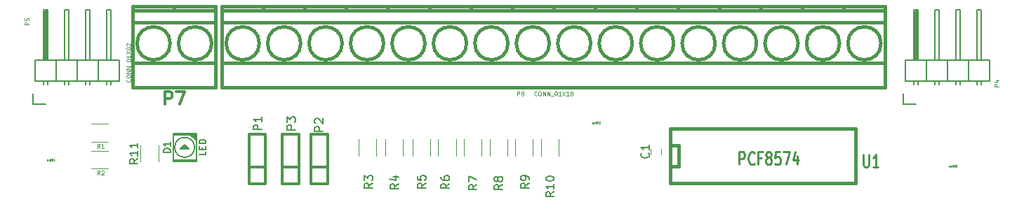
<source format=gbr>
G04 #@! TF.FileFunction,Legend,Top*
%FSLAX46Y46*%
G04 Gerber Fmt 4.6, Leading zero omitted, Abs format (unit mm)*
G04 Created by KiCad (PCBNEW 4.0.4-stable) date 04/04/17 13:48:34*
%MOMM*%
%LPD*%
G01*
G04 APERTURE LIST*
%ADD10C,0.100000*%
%ADD11C,0.381000*%
%ADD12C,0.304800*%
%ADD13C,0.120000*%
%ADD14C,0.150000*%
%ADD15C,0.198120*%
%ADD16C,0.285750*%
%ADD17C,0.287020*%
%ADD18C,0.203200*%
%ADD19C,0.125000*%
%ADD20C,0.300000*%
%ADD21C,0.149860*%
%ADD22C,0.062500*%
G04 APERTURE END LIST*
D10*
D11*
X160840000Y-69730000D02*
X160840000Y-72270000D01*
X182176000Y-74302000D02*
X159824000Y-74302000D01*
X159824000Y-67698000D02*
X182176000Y-67698000D01*
X160840000Y-72270000D02*
X159824000Y-72270000D01*
X160840000Y-69730000D02*
X159824000Y-69730000D01*
X182176000Y-67698000D02*
X182176000Y-74302000D01*
X159824000Y-74302000D02*
X159824000Y-67698000D01*
D12*
X109000000Y-68400000D02*
X111000000Y-68400000D01*
X111000000Y-68400000D02*
X111000000Y-74400000D01*
X109000000Y-74400000D02*
X109000000Y-68400000D01*
X111000000Y-74400000D02*
X109000000Y-74400000D01*
X109000000Y-72400000D02*
X111000000Y-72400000D01*
X116500000Y-68400000D02*
X118500000Y-68400000D01*
X118500000Y-68400000D02*
X118500000Y-74400000D01*
X116500000Y-74400000D02*
X116500000Y-68400000D01*
X118500000Y-74400000D02*
X116500000Y-74400000D01*
X116500000Y-72400000D02*
X118500000Y-72400000D01*
X113000000Y-68400000D02*
X115000000Y-68400000D01*
X115000000Y-68400000D02*
X115000000Y-74400000D01*
X113000000Y-74400000D02*
X113000000Y-68400000D01*
X115000000Y-74400000D02*
X113000000Y-74400000D01*
X113000000Y-72400000D02*
X115000000Y-72400000D01*
D13*
X92000000Y-69320000D02*
X90000000Y-69320000D01*
X90000000Y-67180000D02*
X92000000Y-67180000D01*
X92000000Y-72570000D02*
X90000000Y-72570000D01*
X90000000Y-70430000D02*
X92000000Y-70430000D01*
X122230000Y-71000000D02*
X122230000Y-69000000D01*
X124370000Y-69000000D02*
X124370000Y-71000000D01*
X125430000Y-71000000D02*
X125430000Y-69000000D01*
X127570000Y-69000000D02*
X127570000Y-71000000D01*
X128730000Y-71000000D02*
X128730000Y-69000000D01*
X130870000Y-69000000D02*
X130870000Y-71000000D01*
X131830000Y-71000000D02*
X131830000Y-69000000D01*
X133970000Y-69000000D02*
X133970000Y-71000000D01*
X134930000Y-71000000D02*
X134930000Y-69000000D01*
X137070000Y-69000000D02*
X137070000Y-71000000D01*
X138030000Y-71000000D02*
X138030000Y-69000000D01*
X140170000Y-69000000D02*
X140170000Y-71000000D01*
X141130000Y-71000000D02*
X141130000Y-69000000D01*
X143270000Y-69000000D02*
X143270000Y-71000000D01*
X144230000Y-71000000D02*
X144230000Y-69000000D01*
X146370000Y-69000000D02*
X146370000Y-71000000D01*
D14*
X187950000Y-64800000D02*
X189500000Y-64800000D01*
X187950000Y-63500000D02*
X187950000Y-64800000D01*
X189373000Y-59309000D02*
X189373000Y-53467000D01*
X189373000Y-53467000D02*
X189627000Y-53467000D01*
X189627000Y-53467000D02*
X189627000Y-59309000D01*
X189627000Y-59309000D02*
X189500000Y-59309000D01*
X189500000Y-59309000D02*
X189500000Y-53467000D01*
X189246000Y-61976000D02*
X189246000Y-62357000D01*
X189754000Y-61976000D02*
X189754000Y-62357000D01*
X191786000Y-61976000D02*
X191786000Y-62357000D01*
X192294000Y-61976000D02*
X192294000Y-62357000D01*
X194326000Y-61976000D02*
X194326000Y-62357000D01*
X194834000Y-61976000D02*
X194834000Y-62357000D01*
X197374000Y-61976000D02*
X197374000Y-62357000D01*
X196866000Y-61976000D02*
X196866000Y-62357000D01*
X188230000Y-61976000D02*
X188230000Y-59436000D01*
X190770000Y-61976000D02*
X190770000Y-59436000D01*
X190770000Y-61976000D02*
X193310000Y-61976000D01*
X193310000Y-61976000D02*
X193310000Y-59436000D01*
X191786000Y-59436000D02*
X191786000Y-53340000D01*
X191786000Y-53340000D02*
X192294000Y-53340000D01*
X192294000Y-53340000D02*
X192294000Y-59436000D01*
X193310000Y-59436000D02*
X190770000Y-59436000D01*
X190770000Y-59436000D02*
X188230000Y-59436000D01*
X189754000Y-53340000D02*
X189754000Y-59436000D01*
X189246000Y-53340000D02*
X189754000Y-53340000D01*
X189246000Y-59436000D02*
X189246000Y-53340000D01*
X190770000Y-61976000D02*
X190770000Y-59436000D01*
X188230000Y-61976000D02*
X190770000Y-61976000D01*
X195850000Y-61976000D02*
X195850000Y-59436000D01*
X195850000Y-61976000D02*
X198390000Y-61976000D01*
X198390000Y-61976000D02*
X198390000Y-59436000D01*
X196866000Y-59436000D02*
X196866000Y-53340000D01*
X196866000Y-53340000D02*
X197374000Y-53340000D01*
X197374000Y-53340000D02*
X197374000Y-59436000D01*
X198390000Y-59436000D02*
X195850000Y-59436000D01*
X195850000Y-59436000D02*
X193310000Y-59436000D01*
X194834000Y-53340000D02*
X194834000Y-59436000D01*
X194326000Y-53340000D02*
X194834000Y-53340000D01*
X194326000Y-59436000D02*
X194326000Y-53340000D01*
X195850000Y-61976000D02*
X195850000Y-59436000D01*
X193310000Y-61976000D02*
X195850000Y-61976000D01*
X193310000Y-61976000D02*
X193310000Y-59436000D01*
X82950000Y-64800000D02*
X84500000Y-64800000D01*
X82950000Y-63500000D02*
X82950000Y-64800000D01*
X84373000Y-59309000D02*
X84373000Y-53467000D01*
X84373000Y-53467000D02*
X84627000Y-53467000D01*
X84627000Y-53467000D02*
X84627000Y-59309000D01*
X84627000Y-59309000D02*
X84500000Y-59309000D01*
X84500000Y-59309000D02*
X84500000Y-53467000D01*
X84246000Y-61976000D02*
X84246000Y-62357000D01*
X84754000Y-61976000D02*
X84754000Y-62357000D01*
X86786000Y-61976000D02*
X86786000Y-62357000D01*
X87294000Y-61976000D02*
X87294000Y-62357000D01*
X89326000Y-61976000D02*
X89326000Y-62357000D01*
X89834000Y-61976000D02*
X89834000Y-62357000D01*
X92374000Y-61976000D02*
X92374000Y-62357000D01*
X91866000Y-61976000D02*
X91866000Y-62357000D01*
X83230000Y-61976000D02*
X83230000Y-59436000D01*
X85770000Y-61976000D02*
X85770000Y-59436000D01*
X85770000Y-61976000D02*
X88310000Y-61976000D01*
X88310000Y-61976000D02*
X88310000Y-59436000D01*
X86786000Y-59436000D02*
X86786000Y-53340000D01*
X86786000Y-53340000D02*
X87294000Y-53340000D01*
X87294000Y-53340000D02*
X87294000Y-59436000D01*
X88310000Y-59436000D02*
X85770000Y-59436000D01*
X85770000Y-59436000D02*
X83230000Y-59436000D01*
X84754000Y-53340000D02*
X84754000Y-59436000D01*
X84246000Y-53340000D02*
X84754000Y-53340000D01*
X84246000Y-59436000D02*
X84246000Y-53340000D01*
X85770000Y-61976000D02*
X85770000Y-59436000D01*
X83230000Y-61976000D02*
X85770000Y-61976000D01*
X90850000Y-61976000D02*
X90850000Y-59436000D01*
X90850000Y-61976000D02*
X93390000Y-61976000D01*
X93390000Y-61976000D02*
X93390000Y-59436000D01*
X91866000Y-59436000D02*
X91866000Y-53340000D01*
X91866000Y-53340000D02*
X92374000Y-53340000D01*
X92374000Y-53340000D02*
X92374000Y-59436000D01*
X93390000Y-59436000D02*
X90850000Y-59436000D01*
X90850000Y-59436000D02*
X88310000Y-59436000D01*
X89834000Y-53340000D02*
X89834000Y-59436000D01*
X89326000Y-53340000D02*
X89834000Y-53340000D01*
X89326000Y-59436000D02*
X89326000Y-53340000D01*
X90850000Y-61976000D02*
X90850000Y-59436000D01*
X88310000Y-61976000D02*
X90850000Y-61976000D01*
X88310000Y-61976000D02*
X88310000Y-59436000D01*
D11*
X110250000Y-57400000D02*
G75*
G03X110250000Y-57400000I-2000000J0D01*
G01*
X110750000Y-53400000D02*
X110750000Y-52900000D01*
X115750000Y-53400000D02*
X115750000Y-52900000D01*
X115250000Y-57400000D02*
G75*
G03X115250000Y-57400000I-2000000J0D01*
G01*
X120250000Y-57400000D02*
G75*
G03X120250000Y-57400000I-2000000J0D01*
G01*
X120750000Y-53400000D02*
X120750000Y-52900000D01*
X125750000Y-53400000D02*
X125750000Y-52900000D01*
X125250000Y-57400000D02*
G75*
G03X125250000Y-57400000I-2000000J0D01*
G01*
X130250000Y-57400000D02*
G75*
G03X130250000Y-57400000I-2000000J0D01*
G01*
X130750000Y-53400000D02*
X130750000Y-52900000D01*
X135750000Y-53400000D02*
X135750000Y-52900000D01*
X135250000Y-57400000D02*
G75*
G03X135250000Y-57400000I-2000000J0D01*
G01*
X140250000Y-57400000D02*
G75*
G03X140250000Y-57400000I-2000000J0D01*
G01*
X140750000Y-53400000D02*
X140750000Y-52900000D01*
X145750000Y-53400000D02*
X145750000Y-52900000D01*
X145250000Y-57400000D02*
G75*
G03X145250000Y-57400000I-2000000J0D01*
G01*
X150250000Y-57400000D02*
G75*
G03X150250000Y-57400000I-2000000J0D01*
G01*
X150750000Y-53400000D02*
X150750000Y-52900000D01*
X155750000Y-53400000D02*
X155750000Y-52900000D01*
X155250000Y-57400000D02*
G75*
G03X155250000Y-57400000I-2000000J0D01*
G01*
X160250000Y-57400000D02*
G75*
G03X160250000Y-57400000I-2000000J0D01*
G01*
X160750000Y-53400000D02*
X160750000Y-52900000D01*
X165750000Y-53400000D02*
X165750000Y-52900000D01*
X165250000Y-57400000D02*
G75*
G03X165250000Y-57400000I-2000000J0D01*
G01*
X170750000Y-53400000D02*
X170750000Y-52900000D01*
X170250000Y-57400000D02*
G75*
G03X170250000Y-57400000I-2000000J0D01*
G01*
X175250000Y-57400000D02*
G75*
G03X175250000Y-57400000I-2000000J0D01*
G01*
X175750000Y-53400000D02*
X175750000Y-52900000D01*
X180750000Y-53400000D02*
X180750000Y-52900000D01*
X180250000Y-57400000D02*
G75*
G03X180250000Y-57400000I-2000000J0D01*
G01*
X185250000Y-57400000D02*
G75*
G03X185250000Y-57400000I-2000000J0D01*
G01*
X185750000Y-54900000D02*
X105750000Y-54900000D01*
X185750000Y-59800000D02*
X105750000Y-59800000D01*
X185750000Y-53400000D02*
X105750000Y-53400000D01*
X185750000Y-52900000D02*
X105750000Y-52900000D01*
X105750000Y-52900000D02*
X105750000Y-62700000D01*
X105750000Y-62700000D02*
X185750000Y-62700000D01*
X185750000Y-62700000D02*
X185750000Y-52900000D01*
D13*
X157500000Y-70850000D02*
X157500000Y-70150000D01*
X158700000Y-70150000D02*
X158700000Y-70850000D01*
D11*
X100000000Y-53400000D02*
X100000000Y-52900000D01*
X99500000Y-57400000D02*
G75*
G03X99500000Y-57400000I-2000000J0D01*
G01*
X104500000Y-57400000D02*
G75*
G03X104500000Y-57400000I-2000000J0D01*
G01*
X105000000Y-54900000D02*
X95000000Y-54900000D01*
X105000000Y-59800000D02*
X95000000Y-59800000D01*
X105000000Y-53400000D02*
X95000000Y-53400000D01*
X105000000Y-52900000D02*
X95000000Y-52900000D01*
X95000000Y-52900000D02*
X95000000Y-62700000D01*
X95000000Y-62700000D02*
X105000000Y-62700000D01*
X105000000Y-62700000D02*
X105000000Y-52900000D01*
D15*
X101450660Y-69900940D02*
X101049340Y-69900940D01*
X101549720Y-70099060D02*
X100950280Y-70099060D01*
X102649540Y-68498860D02*
X99850460Y-68498860D01*
X99850460Y-71501140D02*
X102649540Y-71501140D01*
X102448880Y-70000000D02*
G75*
G03X102448880Y-70000000I-1198880J0D01*
G01*
X100749620Y-70198120D02*
X101750380Y-70198120D01*
X101750380Y-70198120D02*
X101250000Y-69700280D01*
X101250000Y-69700280D02*
X100749620Y-70198120D01*
X102649540Y-69199900D02*
X101951040Y-68501400D01*
X102649540Y-68801120D02*
X102349820Y-68501400D01*
X102448880Y-68501400D02*
X102649540Y-68699520D01*
X102649540Y-69001780D02*
X102149160Y-68501400D01*
X99850460Y-71699260D02*
X102649540Y-71699260D01*
X102649540Y-71699260D02*
X102649540Y-68300740D01*
X102649540Y-68300740D02*
X99850460Y-68300740D01*
X99853000Y-68300740D02*
X99853000Y-71699260D01*
D13*
X98070000Y-69750000D02*
X98070000Y-71750000D01*
X95930000Y-71750000D02*
X95930000Y-69750000D01*
D16*
X183129143Y-70865429D02*
X183129143Y-72099143D01*
X183183571Y-72244286D01*
X183238000Y-72316857D01*
X183346857Y-72389429D01*
X183564571Y-72389429D01*
X183673429Y-72316857D01*
X183727857Y-72244286D01*
X183782286Y-72099143D01*
X183782286Y-70865429D01*
X184925286Y-72389429D02*
X184272143Y-72389429D01*
X184598715Y-72389429D02*
X184598715Y-70865429D01*
X184489858Y-71083143D01*
X184381000Y-71228286D01*
X184272143Y-71300857D01*
D17*
D16*
X168162144Y-72089429D02*
X168162144Y-70565429D01*
X168597572Y-70565429D01*
X168706430Y-70638000D01*
X168760858Y-70710571D01*
X168815287Y-70855714D01*
X168815287Y-71073429D01*
X168760858Y-71218571D01*
X168706430Y-71291143D01*
X168597572Y-71363714D01*
X168162144Y-71363714D01*
X169958287Y-71944286D02*
X169903858Y-72016857D01*
X169740572Y-72089429D01*
X169631715Y-72089429D01*
X169468430Y-72016857D01*
X169359572Y-71871714D01*
X169305144Y-71726571D01*
X169250715Y-71436286D01*
X169250715Y-71218571D01*
X169305144Y-70928286D01*
X169359572Y-70783143D01*
X169468430Y-70638000D01*
X169631715Y-70565429D01*
X169740572Y-70565429D01*
X169903858Y-70638000D01*
X169958287Y-70710571D01*
X170829144Y-71291143D02*
X170448144Y-71291143D01*
X170448144Y-72089429D02*
X170448144Y-70565429D01*
X170992430Y-70565429D01*
X171591144Y-71218571D02*
X171482286Y-71146000D01*
X171427858Y-71073429D01*
X171373429Y-70928286D01*
X171373429Y-70855714D01*
X171427858Y-70710571D01*
X171482286Y-70638000D01*
X171591144Y-70565429D01*
X171808858Y-70565429D01*
X171917715Y-70638000D01*
X171972144Y-70710571D01*
X172026572Y-70855714D01*
X172026572Y-70928286D01*
X171972144Y-71073429D01*
X171917715Y-71146000D01*
X171808858Y-71218571D01*
X171591144Y-71218571D01*
X171482286Y-71291143D01*
X171427858Y-71363714D01*
X171373429Y-71508857D01*
X171373429Y-71799143D01*
X171427858Y-71944286D01*
X171482286Y-72016857D01*
X171591144Y-72089429D01*
X171808858Y-72089429D01*
X171917715Y-72016857D01*
X171972144Y-71944286D01*
X172026572Y-71799143D01*
X172026572Y-71508857D01*
X171972144Y-71363714D01*
X171917715Y-71291143D01*
X171808858Y-71218571D01*
X173060715Y-70565429D02*
X172516429Y-70565429D01*
X172462000Y-71291143D01*
X172516429Y-71218571D01*
X172625286Y-71146000D01*
X172897429Y-71146000D01*
X173006286Y-71218571D01*
X173060715Y-71291143D01*
X173115143Y-71436286D01*
X173115143Y-71799143D01*
X173060715Y-71944286D01*
X173006286Y-72016857D01*
X172897429Y-72089429D01*
X172625286Y-72089429D01*
X172516429Y-72016857D01*
X172462000Y-71944286D01*
X173496143Y-70565429D02*
X174258143Y-70565429D01*
X173768286Y-72089429D01*
X175183428Y-71073429D02*
X175183428Y-72089429D01*
X174911285Y-70492857D02*
X174639142Y-71581429D01*
X175346714Y-71581429D01*
D17*
D18*
X110559619Y-67849904D02*
X109543619Y-67849904D01*
X109543619Y-67462857D01*
X109592000Y-67366095D01*
X109640381Y-67317714D01*
X109737143Y-67269333D01*
X109882286Y-67269333D01*
X109979048Y-67317714D01*
X110027429Y-67366095D01*
X110075810Y-67462857D01*
X110075810Y-67849904D01*
X110559619Y-66301714D02*
X110559619Y-66882285D01*
X110559619Y-66591999D02*
X109543619Y-66591999D01*
X109688762Y-66688761D01*
X109785524Y-66785523D01*
X109833905Y-66882285D01*
X117959619Y-68049904D02*
X116943619Y-68049904D01*
X116943619Y-67662857D01*
X116992000Y-67566095D01*
X117040381Y-67517714D01*
X117137143Y-67469333D01*
X117282286Y-67469333D01*
X117379048Y-67517714D01*
X117427429Y-67566095D01*
X117475810Y-67662857D01*
X117475810Y-68049904D01*
X117040381Y-67082285D02*
X116992000Y-67033904D01*
X116943619Y-66937142D01*
X116943619Y-66695238D01*
X116992000Y-66598476D01*
X117040381Y-66550095D01*
X117137143Y-66501714D01*
X117233905Y-66501714D01*
X117379048Y-66550095D01*
X117959619Y-67130666D01*
X117959619Y-66501714D01*
X114609619Y-67874904D02*
X113593619Y-67874904D01*
X113593619Y-67487857D01*
X113642000Y-67391095D01*
X113690381Y-67342714D01*
X113787143Y-67294333D01*
X113932286Y-67294333D01*
X114029048Y-67342714D01*
X114077429Y-67391095D01*
X114125810Y-67487857D01*
X114125810Y-67874904D01*
X113593619Y-66955666D02*
X113593619Y-66326714D01*
X113980667Y-66665380D01*
X113980667Y-66520238D01*
X114029048Y-66423476D01*
X114077429Y-66375095D01*
X114174190Y-66326714D01*
X114416095Y-66326714D01*
X114512857Y-66375095D01*
X114561238Y-66423476D01*
X114609619Y-66520238D01*
X114609619Y-66810523D01*
X114561238Y-66907285D01*
X114512857Y-66955666D01*
D19*
X91016667Y-70076190D02*
X90850000Y-69838095D01*
X90730953Y-70076190D02*
X90730953Y-69576190D01*
X90921429Y-69576190D01*
X90969048Y-69600000D01*
X90992857Y-69623810D01*
X91016667Y-69671429D01*
X91016667Y-69742857D01*
X90992857Y-69790476D01*
X90969048Y-69814286D01*
X90921429Y-69838095D01*
X90730953Y-69838095D01*
X91492857Y-70076190D02*
X91207143Y-70076190D01*
X91350000Y-70076190D02*
X91350000Y-69576190D01*
X91302381Y-69647619D01*
X91254762Y-69695238D01*
X91207143Y-69719048D01*
X91016667Y-73326190D02*
X90850000Y-73088095D01*
X90730953Y-73326190D02*
X90730953Y-72826190D01*
X90921429Y-72826190D01*
X90969048Y-72850000D01*
X90992857Y-72873810D01*
X91016667Y-72921429D01*
X91016667Y-72992857D01*
X90992857Y-73040476D01*
X90969048Y-73064286D01*
X90921429Y-73088095D01*
X90730953Y-73088095D01*
X91207143Y-72873810D02*
X91230953Y-72850000D01*
X91278572Y-72826190D01*
X91397619Y-72826190D01*
X91445238Y-72850000D01*
X91469048Y-72873810D01*
X91492857Y-72921429D01*
X91492857Y-72969048D01*
X91469048Y-73040476D01*
X91183334Y-73326190D01*
X91492857Y-73326190D01*
D14*
X123927381Y-74366666D02*
X123451190Y-74700000D01*
X123927381Y-74938095D02*
X122927381Y-74938095D01*
X122927381Y-74557142D01*
X122975000Y-74461904D01*
X123022619Y-74414285D01*
X123117857Y-74366666D01*
X123260714Y-74366666D01*
X123355952Y-74414285D01*
X123403571Y-74461904D01*
X123451190Y-74557142D01*
X123451190Y-74938095D01*
X122927381Y-74033333D02*
X122927381Y-73414285D01*
X123308333Y-73747619D01*
X123308333Y-73604761D01*
X123355952Y-73509523D01*
X123403571Y-73461904D01*
X123498810Y-73414285D01*
X123736905Y-73414285D01*
X123832143Y-73461904D01*
X123879762Y-73509523D01*
X123927381Y-73604761D01*
X123927381Y-73890476D01*
X123879762Y-73985714D01*
X123832143Y-74033333D01*
X127027381Y-74416666D02*
X126551190Y-74750000D01*
X127027381Y-74988095D02*
X126027381Y-74988095D01*
X126027381Y-74607142D01*
X126075000Y-74511904D01*
X126122619Y-74464285D01*
X126217857Y-74416666D01*
X126360714Y-74416666D01*
X126455952Y-74464285D01*
X126503571Y-74511904D01*
X126551190Y-74607142D01*
X126551190Y-74988095D01*
X126360714Y-73559523D02*
X127027381Y-73559523D01*
X125979762Y-73797619D02*
X126694048Y-74035714D01*
X126694048Y-73416666D01*
X130327381Y-74366666D02*
X129851190Y-74700000D01*
X130327381Y-74938095D02*
X129327381Y-74938095D01*
X129327381Y-74557142D01*
X129375000Y-74461904D01*
X129422619Y-74414285D01*
X129517857Y-74366666D01*
X129660714Y-74366666D01*
X129755952Y-74414285D01*
X129803571Y-74461904D01*
X129851190Y-74557142D01*
X129851190Y-74938095D01*
X129327381Y-73461904D02*
X129327381Y-73938095D01*
X129803571Y-73985714D01*
X129755952Y-73938095D01*
X129708333Y-73842857D01*
X129708333Y-73604761D01*
X129755952Y-73509523D01*
X129803571Y-73461904D01*
X129898810Y-73414285D01*
X130136905Y-73414285D01*
X130232143Y-73461904D01*
X130279762Y-73509523D01*
X130327381Y-73604761D01*
X130327381Y-73842857D01*
X130279762Y-73938095D01*
X130232143Y-73985714D01*
X133177381Y-74391666D02*
X132701190Y-74725000D01*
X133177381Y-74963095D02*
X132177381Y-74963095D01*
X132177381Y-74582142D01*
X132225000Y-74486904D01*
X132272619Y-74439285D01*
X132367857Y-74391666D01*
X132510714Y-74391666D01*
X132605952Y-74439285D01*
X132653571Y-74486904D01*
X132701190Y-74582142D01*
X132701190Y-74963095D01*
X132177381Y-73534523D02*
X132177381Y-73725000D01*
X132225000Y-73820238D01*
X132272619Y-73867857D01*
X132415476Y-73963095D01*
X132605952Y-74010714D01*
X132986905Y-74010714D01*
X133082143Y-73963095D01*
X133129762Y-73915476D01*
X133177381Y-73820238D01*
X133177381Y-73629761D01*
X133129762Y-73534523D01*
X133082143Y-73486904D01*
X132986905Y-73439285D01*
X132748810Y-73439285D01*
X132653571Y-73486904D01*
X132605952Y-73534523D01*
X132558333Y-73629761D01*
X132558333Y-73820238D01*
X132605952Y-73915476D01*
X132653571Y-73963095D01*
X132748810Y-74010714D01*
X136502381Y-74516666D02*
X136026190Y-74850000D01*
X136502381Y-75088095D02*
X135502381Y-75088095D01*
X135502381Y-74707142D01*
X135550000Y-74611904D01*
X135597619Y-74564285D01*
X135692857Y-74516666D01*
X135835714Y-74516666D01*
X135930952Y-74564285D01*
X135978571Y-74611904D01*
X136026190Y-74707142D01*
X136026190Y-75088095D01*
X135502381Y-74183333D02*
X135502381Y-73516666D01*
X136502381Y-73945238D01*
X139602381Y-74516666D02*
X139126190Y-74850000D01*
X139602381Y-75088095D02*
X138602381Y-75088095D01*
X138602381Y-74707142D01*
X138650000Y-74611904D01*
X138697619Y-74564285D01*
X138792857Y-74516666D01*
X138935714Y-74516666D01*
X139030952Y-74564285D01*
X139078571Y-74611904D01*
X139126190Y-74707142D01*
X139126190Y-75088095D01*
X139030952Y-73945238D02*
X138983333Y-74040476D01*
X138935714Y-74088095D01*
X138840476Y-74135714D01*
X138792857Y-74135714D01*
X138697619Y-74088095D01*
X138650000Y-74040476D01*
X138602381Y-73945238D01*
X138602381Y-73754761D01*
X138650000Y-73659523D01*
X138697619Y-73611904D01*
X138792857Y-73564285D01*
X138840476Y-73564285D01*
X138935714Y-73611904D01*
X138983333Y-73659523D01*
X139030952Y-73754761D01*
X139030952Y-73945238D01*
X139078571Y-74040476D01*
X139126190Y-74088095D01*
X139221429Y-74135714D01*
X139411905Y-74135714D01*
X139507143Y-74088095D01*
X139554762Y-74040476D01*
X139602381Y-73945238D01*
X139602381Y-73754761D01*
X139554762Y-73659523D01*
X139507143Y-73611904D01*
X139411905Y-73564285D01*
X139221429Y-73564285D01*
X139126190Y-73611904D01*
X139078571Y-73659523D01*
X139030952Y-73754761D01*
X142777381Y-74366666D02*
X142301190Y-74700000D01*
X142777381Y-74938095D02*
X141777381Y-74938095D01*
X141777381Y-74557142D01*
X141825000Y-74461904D01*
X141872619Y-74414285D01*
X141967857Y-74366666D01*
X142110714Y-74366666D01*
X142205952Y-74414285D01*
X142253571Y-74461904D01*
X142301190Y-74557142D01*
X142301190Y-74938095D01*
X142777381Y-73890476D02*
X142777381Y-73700000D01*
X142729762Y-73604761D01*
X142682143Y-73557142D01*
X142539286Y-73461904D01*
X142348810Y-73414285D01*
X141967857Y-73414285D01*
X141872619Y-73461904D01*
X141825000Y-73509523D01*
X141777381Y-73604761D01*
X141777381Y-73795238D01*
X141825000Y-73890476D01*
X141872619Y-73938095D01*
X141967857Y-73985714D01*
X142205952Y-73985714D01*
X142301190Y-73938095D01*
X142348810Y-73890476D01*
X142396429Y-73795238D01*
X142396429Y-73604761D01*
X142348810Y-73509523D01*
X142301190Y-73461904D01*
X142205952Y-73414285D01*
X145802381Y-75392857D02*
X145326190Y-75726191D01*
X145802381Y-75964286D02*
X144802381Y-75964286D01*
X144802381Y-75583333D01*
X144850000Y-75488095D01*
X144897619Y-75440476D01*
X144992857Y-75392857D01*
X145135714Y-75392857D01*
X145230952Y-75440476D01*
X145278571Y-75488095D01*
X145326190Y-75583333D01*
X145326190Y-75964286D01*
X145802381Y-74440476D02*
X145802381Y-75011905D01*
X145802381Y-74726191D02*
X144802381Y-74726191D01*
X144945238Y-74821429D01*
X145040476Y-74916667D01*
X145088095Y-75011905D01*
X144802381Y-73821429D02*
X144802381Y-73726190D01*
X144850000Y-73630952D01*
X144897619Y-73583333D01*
X144992857Y-73535714D01*
X145183333Y-73488095D01*
X145421429Y-73488095D01*
X145611905Y-73535714D01*
X145707143Y-73583333D01*
X145754762Y-73630952D01*
X145802381Y-73726190D01*
X145802381Y-73821429D01*
X145754762Y-73916667D01*
X145707143Y-73964286D01*
X145611905Y-74011905D01*
X145421429Y-74059524D01*
X145183333Y-74059524D01*
X144992857Y-74011905D01*
X144897619Y-73964286D01*
X144850000Y-73916667D01*
X144802381Y-73821429D01*
D19*
X199476190Y-62619047D02*
X198976190Y-62619047D01*
X198976190Y-62428571D01*
X199000000Y-62380952D01*
X199023810Y-62357143D01*
X199071429Y-62333333D01*
X199142857Y-62333333D01*
X199190476Y-62357143D01*
X199214286Y-62380952D01*
X199238095Y-62428571D01*
X199238095Y-62619047D01*
X199142857Y-61904762D02*
X199476190Y-61904762D01*
X198952381Y-62023809D02*
X199309524Y-62142857D01*
X199309524Y-61833333D01*
X82476190Y-55119047D02*
X81976190Y-55119047D01*
X81976190Y-54928571D01*
X82000000Y-54880952D01*
X82023810Y-54857143D01*
X82071429Y-54833333D01*
X82142857Y-54833333D01*
X82190476Y-54857143D01*
X82214286Y-54880952D01*
X82238095Y-54928571D01*
X82238095Y-55119047D01*
X81976190Y-54380952D02*
X81976190Y-54619047D01*
X82214286Y-54642857D01*
X82190476Y-54619047D01*
X82166667Y-54571428D01*
X82166667Y-54452381D01*
X82190476Y-54404762D01*
X82214286Y-54380952D01*
X82261905Y-54357143D01*
X82380952Y-54357143D01*
X82428571Y-54380952D01*
X82452381Y-54404762D01*
X82476190Y-54452381D01*
X82476190Y-54571428D01*
X82452381Y-54619047D01*
X82428571Y-54642857D01*
X141380953Y-63726190D02*
X141380953Y-63226190D01*
X141571429Y-63226190D01*
X141619048Y-63250000D01*
X141642857Y-63273810D01*
X141666667Y-63321429D01*
X141666667Y-63392857D01*
X141642857Y-63440476D01*
X141619048Y-63464286D01*
X141571429Y-63488095D01*
X141380953Y-63488095D01*
X142095238Y-63226190D02*
X142000000Y-63226190D01*
X141952381Y-63250000D01*
X141928572Y-63273810D01*
X141880953Y-63345238D01*
X141857143Y-63440476D01*
X141857143Y-63630952D01*
X141880953Y-63678571D01*
X141904762Y-63702381D01*
X141952381Y-63726190D01*
X142047619Y-63726190D01*
X142095238Y-63702381D01*
X142119048Y-63678571D01*
X142142857Y-63630952D01*
X142142857Y-63511905D01*
X142119048Y-63464286D01*
X142095238Y-63440476D01*
X142047619Y-63416667D01*
X141952381Y-63416667D01*
X141904762Y-63440476D01*
X141880953Y-63464286D01*
X141857143Y-63511905D01*
X143738096Y-63678571D02*
X143714286Y-63702381D01*
X143642858Y-63726190D01*
X143595239Y-63726190D01*
X143523810Y-63702381D01*
X143476191Y-63654762D01*
X143452382Y-63607143D01*
X143428572Y-63511905D01*
X143428572Y-63440476D01*
X143452382Y-63345238D01*
X143476191Y-63297619D01*
X143523810Y-63250000D01*
X143595239Y-63226190D01*
X143642858Y-63226190D01*
X143714286Y-63250000D01*
X143738096Y-63273810D01*
X144047620Y-63226190D02*
X144142858Y-63226190D01*
X144190477Y-63250000D01*
X144238096Y-63297619D01*
X144261905Y-63392857D01*
X144261905Y-63559524D01*
X144238096Y-63654762D01*
X144190477Y-63702381D01*
X144142858Y-63726190D01*
X144047620Y-63726190D01*
X144000001Y-63702381D01*
X143952382Y-63654762D01*
X143928572Y-63559524D01*
X143928572Y-63392857D01*
X143952382Y-63297619D01*
X144000001Y-63250000D01*
X144047620Y-63226190D01*
X144476192Y-63726190D02*
X144476192Y-63226190D01*
X144761906Y-63726190D01*
X144761906Y-63226190D01*
X145000002Y-63726190D02*
X145000002Y-63226190D01*
X145285716Y-63726190D01*
X145285716Y-63226190D01*
X145404764Y-63773810D02*
X145785716Y-63773810D01*
X146000002Y-63226190D02*
X146047621Y-63226190D01*
X146095240Y-63250000D01*
X146119049Y-63273810D01*
X146142859Y-63321429D01*
X146166668Y-63416667D01*
X146166668Y-63535714D01*
X146142859Y-63630952D01*
X146119049Y-63678571D01*
X146095240Y-63702381D01*
X146047621Y-63726190D01*
X146000002Y-63726190D01*
X145952383Y-63702381D01*
X145928573Y-63678571D01*
X145904764Y-63630952D01*
X145880954Y-63535714D01*
X145880954Y-63416667D01*
X145904764Y-63321429D01*
X145928573Y-63273810D01*
X145952383Y-63250000D01*
X146000002Y-63226190D01*
X146642858Y-63726190D02*
X146357144Y-63726190D01*
X146500001Y-63726190D02*
X146500001Y-63226190D01*
X146452382Y-63297619D01*
X146404763Y-63345238D01*
X146357144Y-63369048D01*
X146809525Y-63226190D02*
X147142858Y-63726190D01*
X147142858Y-63226190D02*
X146809525Y-63726190D01*
X147595238Y-63726190D02*
X147309524Y-63726190D01*
X147452381Y-63726190D02*
X147452381Y-63226190D01*
X147404762Y-63297619D01*
X147357143Y-63345238D01*
X147309524Y-63369048D01*
X148023809Y-63226190D02*
X147928571Y-63226190D01*
X147880952Y-63250000D01*
X147857143Y-63273810D01*
X147809524Y-63345238D01*
X147785714Y-63440476D01*
X147785714Y-63630952D01*
X147809524Y-63678571D01*
X147833333Y-63702381D01*
X147880952Y-63726190D01*
X147976190Y-63726190D01*
X148023809Y-63702381D01*
X148047619Y-63678571D01*
X148071428Y-63630952D01*
X148071428Y-63511905D01*
X148047619Y-63464286D01*
X148023809Y-63440476D01*
X147976190Y-63416667D01*
X147880952Y-63416667D01*
X147833333Y-63440476D01*
X147809524Y-63464286D01*
X147785714Y-63511905D01*
D14*
X157207143Y-70666666D02*
X157254762Y-70714285D01*
X157302381Y-70857142D01*
X157302381Y-70952380D01*
X157254762Y-71095238D01*
X157159524Y-71190476D01*
X157064286Y-71238095D01*
X156873810Y-71285714D01*
X156730952Y-71285714D01*
X156540476Y-71238095D01*
X156445238Y-71190476D01*
X156350000Y-71095238D01*
X156302381Y-70952380D01*
X156302381Y-70857142D01*
X156350000Y-70714285D01*
X156397619Y-70666666D01*
X157302381Y-69714285D02*
X157302381Y-70285714D01*
X157302381Y-70000000D02*
X156302381Y-70000000D01*
X156445238Y-70095238D01*
X156540476Y-70190476D01*
X156588095Y-70285714D01*
D20*
X98892858Y-64778571D02*
X98892858Y-63278571D01*
X99464286Y-63278571D01*
X99607144Y-63350000D01*
X99678572Y-63421429D01*
X99750001Y-63564286D01*
X99750001Y-63778571D01*
X99678572Y-63921429D01*
X99607144Y-63992857D01*
X99464286Y-64064286D01*
X98892858Y-64064286D01*
X100250001Y-63278571D02*
X101250001Y-63278571D01*
X100607144Y-64778571D01*
D19*
X94678571Y-61761904D02*
X94702381Y-61785714D01*
X94726190Y-61857142D01*
X94726190Y-61904761D01*
X94702381Y-61976190D01*
X94654762Y-62023809D01*
X94607143Y-62047618D01*
X94511905Y-62071428D01*
X94440476Y-62071428D01*
X94345238Y-62047618D01*
X94297619Y-62023809D01*
X94250000Y-61976190D01*
X94226190Y-61904761D01*
X94226190Y-61857142D01*
X94250000Y-61785714D01*
X94273810Y-61761904D01*
X94226190Y-61452380D02*
X94226190Y-61357142D01*
X94250000Y-61309523D01*
X94297619Y-61261904D01*
X94392857Y-61238095D01*
X94559524Y-61238095D01*
X94654762Y-61261904D01*
X94702381Y-61309523D01*
X94726190Y-61357142D01*
X94726190Y-61452380D01*
X94702381Y-61499999D01*
X94654762Y-61547618D01*
X94559524Y-61571428D01*
X94392857Y-61571428D01*
X94297619Y-61547618D01*
X94250000Y-61499999D01*
X94226190Y-61452380D01*
X94726190Y-61023808D02*
X94226190Y-61023808D01*
X94726190Y-60738094D01*
X94226190Y-60738094D01*
X94726190Y-60499998D02*
X94226190Y-60499998D01*
X94726190Y-60214284D01*
X94226190Y-60214284D01*
X94773810Y-60095236D02*
X94773810Y-59714284D01*
X94226190Y-59499998D02*
X94226190Y-59452379D01*
X94250000Y-59404760D01*
X94273810Y-59380951D01*
X94321429Y-59357141D01*
X94416667Y-59333332D01*
X94535714Y-59333332D01*
X94630952Y-59357141D01*
X94678571Y-59380951D01*
X94702381Y-59404760D01*
X94726190Y-59452379D01*
X94726190Y-59499998D01*
X94702381Y-59547617D01*
X94678571Y-59571427D01*
X94630952Y-59595236D01*
X94535714Y-59619046D01*
X94416667Y-59619046D01*
X94321429Y-59595236D01*
X94273810Y-59571427D01*
X94250000Y-59547617D01*
X94226190Y-59499998D01*
X94726190Y-58857142D02*
X94726190Y-59142856D01*
X94726190Y-58999999D02*
X94226190Y-58999999D01*
X94297619Y-59047618D01*
X94345238Y-59095237D01*
X94369048Y-59142856D01*
X94226190Y-58690475D02*
X94726190Y-58357142D01*
X94226190Y-58357142D02*
X94726190Y-58690475D01*
X94226190Y-58071428D02*
X94226190Y-58023809D01*
X94250000Y-57976190D01*
X94273810Y-57952381D01*
X94321429Y-57928571D01*
X94416667Y-57904762D01*
X94535714Y-57904762D01*
X94630952Y-57928571D01*
X94678571Y-57952381D01*
X94702381Y-57976190D01*
X94726190Y-58023809D01*
X94726190Y-58071428D01*
X94702381Y-58119047D01*
X94678571Y-58142857D01*
X94630952Y-58166666D01*
X94535714Y-58190476D01*
X94416667Y-58190476D01*
X94321429Y-58166666D01*
X94273810Y-58142857D01*
X94250000Y-58119047D01*
X94226190Y-58071428D01*
X94273810Y-57714286D02*
X94250000Y-57690476D01*
X94226190Y-57642857D01*
X94226190Y-57523810D01*
X94250000Y-57476191D01*
X94273810Y-57452381D01*
X94321429Y-57428572D01*
X94369048Y-57428572D01*
X94440476Y-57452381D01*
X94726190Y-57738095D01*
X94726190Y-57428572D01*
D21*
X99511370Y-70590550D02*
X98711270Y-70590550D01*
X98711270Y-70400050D01*
X98749370Y-70285750D01*
X98825570Y-70209550D01*
X98901770Y-70171450D01*
X99054170Y-70133350D01*
X99168470Y-70133350D01*
X99320870Y-70171450D01*
X99397070Y-70209550D01*
X99473270Y-70285750D01*
X99511370Y-70400050D01*
X99511370Y-70590550D01*
X99511370Y-69371350D02*
X99511370Y-69828550D01*
X99511370Y-69599950D02*
X98711270Y-69599950D01*
X98825570Y-69676150D01*
X98901770Y-69752350D01*
X98939870Y-69828550D01*
X103811590Y-70514350D02*
X103811590Y-70895350D01*
X103011490Y-70895350D01*
X103392490Y-70247650D02*
X103392490Y-69980950D01*
X103811590Y-69866650D02*
X103811590Y-70247650D01*
X103011490Y-70247650D01*
X103011490Y-69866650D01*
X103811590Y-69523750D02*
X103011490Y-69523750D01*
X103011490Y-69333250D01*
X103049590Y-69218950D01*
X103125790Y-69142750D01*
X103201990Y-69104650D01*
X103354390Y-69066550D01*
X103468690Y-69066550D01*
X103621090Y-69104650D01*
X103697290Y-69142750D01*
X103773490Y-69218950D01*
X103811590Y-69333250D01*
X103811590Y-69523750D01*
D14*
X95602381Y-71392857D02*
X95126190Y-71726191D01*
X95602381Y-71964286D02*
X94602381Y-71964286D01*
X94602381Y-71583333D01*
X94650000Y-71488095D01*
X94697619Y-71440476D01*
X94792857Y-71392857D01*
X94935714Y-71392857D01*
X95030952Y-71440476D01*
X95078571Y-71488095D01*
X95126190Y-71583333D01*
X95126190Y-71964286D01*
X95602381Y-70440476D02*
X95602381Y-71011905D01*
X95602381Y-70726191D02*
X94602381Y-70726191D01*
X94745238Y-70821429D01*
X94840476Y-70916667D01*
X94888095Y-71011905D01*
X95602381Y-69488095D02*
X95602381Y-70059524D01*
X95602381Y-69773810D02*
X94602381Y-69773810D01*
X94745238Y-69869048D01*
X94840476Y-69964286D01*
X94888095Y-70059524D01*
D22*
X84656762Y-71597190D02*
X84680572Y-71609095D01*
X84728191Y-71609095D01*
X84752000Y-71597190D01*
X84763905Y-71573381D01*
X84763905Y-71561476D01*
X84752000Y-71537667D01*
X84728191Y-71525762D01*
X84692476Y-71525762D01*
X84668667Y-71513857D01*
X84656762Y-71490048D01*
X84656762Y-71478143D01*
X84668667Y-71454333D01*
X84692476Y-71442429D01*
X84728191Y-71442429D01*
X84752000Y-71454333D01*
X84966286Y-71597190D02*
X84942476Y-71609095D01*
X84894857Y-71609095D01*
X84871048Y-71597190D01*
X84859143Y-71573381D01*
X84859143Y-71478143D01*
X84871048Y-71454333D01*
X84894857Y-71442429D01*
X84942476Y-71442429D01*
X84966286Y-71454333D01*
X84978191Y-71478143D01*
X84978191Y-71501952D01*
X84859143Y-71525762D01*
X85049620Y-71442429D02*
X85144858Y-71442429D01*
X85085334Y-71359095D02*
X85085334Y-71573381D01*
X85097239Y-71597190D01*
X85121048Y-71609095D01*
X85144858Y-71609095D01*
X85275810Y-71359095D02*
X85299619Y-71359095D01*
X85323429Y-71371000D01*
X85335334Y-71382905D01*
X85347238Y-71406714D01*
X85359143Y-71454333D01*
X85359143Y-71513857D01*
X85347238Y-71561476D01*
X85335334Y-71585286D01*
X85323429Y-71597190D01*
X85299619Y-71609095D01*
X85275810Y-71609095D01*
X85252000Y-71597190D01*
X85240096Y-71585286D01*
X85228191Y-71561476D01*
X85216286Y-71513857D01*
X85216286Y-71454333D01*
X85228191Y-71406714D01*
X85240096Y-71382905D01*
X85252000Y-71371000D01*
X85275810Y-71359095D01*
X85597238Y-71609095D02*
X85454381Y-71609095D01*
X85525810Y-71609095D02*
X85525810Y-71359095D01*
X85502000Y-71394810D01*
X85478191Y-71418619D01*
X85454381Y-71430524D01*
X150406762Y-67097190D02*
X150430572Y-67109095D01*
X150478191Y-67109095D01*
X150502000Y-67097190D01*
X150513905Y-67073381D01*
X150513905Y-67061476D01*
X150502000Y-67037667D01*
X150478191Y-67025762D01*
X150442476Y-67025762D01*
X150418667Y-67013857D01*
X150406762Y-66990048D01*
X150406762Y-66978143D01*
X150418667Y-66954333D01*
X150442476Y-66942429D01*
X150478191Y-66942429D01*
X150502000Y-66954333D01*
X150716286Y-67097190D02*
X150692476Y-67109095D01*
X150644857Y-67109095D01*
X150621048Y-67097190D01*
X150609143Y-67073381D01*
X150609143Y-66978143D01*
X150621048Y-66954333D01*
X150644857Y-66942429D01*
X150692476Y-66942429D01*
X150716286Y-66954333D01*
X150728191Y-66978143D01*
X150728191Y-67001952D01*
X150609143Y-67025762D01*
X150799620Y-66942429D02*
X150894858Y-66942429D01*
X150835334Y-66859095D02*
X150835334Y-67073381D01*
X150847239Y-67097190D01*
X150871048Y-67109095D01*
X150894858Y-67109095D01*
X151025810Y-66859095D02*
X151049619Y-66859095D01*
X151073429Y-66871000D01*
X151085334Y-66882905D01*
X151097238Y-66906714D01*
X151109143Y-66954333D01*
X151109143Y-67013857D01*
X151097238Y-67061476D01*
X151085334Y-67085286D01*
X151073429Y-67097190D01*
X151049619Y-67109095D01*
X151025810Y-67109095D01*
X151002000Y-67097190D01*
X150990096Y-67085286D01*
X150978191Y-67061476D01*
X150966286Y-67013857D01*
X150966286Y-66954333D01*
X150978191Y-66906714D01*
X150990096Y-66882905D01*
X151002000Y-66871000D01*
X151025810Y-66859095D01*
X151204381Y-66882905D02*
X151216286Y-66871000D01*
X151240095Y-66859095D01*
X151299619Y-66859095D01*
X151323429Y-66871000D01*
X151335333Y-66882905D01*
X151347238Y-66906714D01*
X151347238Y-66930524D01*
X151335333Y-66966238D01*
X151192476Y-67109095D01*
X151347238Y-67109095D01*
X193406762Y-72347190D02*
X193430572Y-72359095D01*
X193478191Y-72359095D01*
X193502000Y-72347190D01*
X193513905Y-72323381D01*
X193513905Y-72311476D01*
X193502000Y-72287667D01*
X193478191Y-72275762D01*
X193442476Y-72275762D01*
X193418667Y-72263857D01*
X193406762Y-72240048D01*
X193406762Y-72228143D01*
X193418667Y-72204333D01*
X193442476Y-72192429D01*
X193478191Y-72192429D01*
X193502000Y-72204333D01*
X193716286Y-72347190D02*
X193692476Y-72359095D01*
X193644857Y-72359095D01*
X193621048Y-72347190D01*
X193609143Y-72323381D01*
X193609143Y-72228143D01*
X193621048Y-72204333D01*
X193644857Y-72192429D01*
X193692476Y-72192429D01*
X193716286Y-72204333D01*
X193728191Y-72228143D01*
X193728191Y-72251952D01*
X193609143Y-72275762D01*
X193799620Y-72192429D02*
X193894858Y-72192429D01*
X193835334Y-72109095D02*
X193835334Y-72323381D01*
X193847239Y-72347190D01*
X193871048Y-72359095D01*
X193894858Y-72359095D01*
X194025810Y-72109095D02*
X194049619Y-72109095D01*
X194073429Y-72121000D01*
X194085334Y-72132905D01*
X194097238Y-72156714D01*
X194109143Y-72204333D01*
X194109143Y-72263857D01*
X194097238Y-72311476D01*
X194085334Y-72335286D01*
X194073429Y-72347190D01*
X194049619Y-72359095D01*
X194025810Y-72359095D01*
X194002000Y-72347190D01*
X193990096Y-72335286D01*
X193978191Y-72311476D01*
X193966286Y-72263857D01*
X193966286Y-72204333D01*
X193978191Y-72156714D01*
X193990096Y-72132905D01*
X194002000Y-72121000D01*
X194025810Y-72109095D01*
X194192476Y-72109095D02*
X194347238Y-72109095D01*
X194263905Y-72204333D01*
X194299619Y-72204333D01*
X194323429Y-72216238D01*
X194335333Y-72228143D01*
X194347238Y-72251952D01*
X194347238Y-72311476D01*
X194335333Y-72335286D01*
X194323429Y-72347190D01*
X194299619Y-72359095D01*
X194228191Y-72359095D01*
X194204381Y-72347190D01*
X194192476Y-72335286D01*
M02*

</source>
